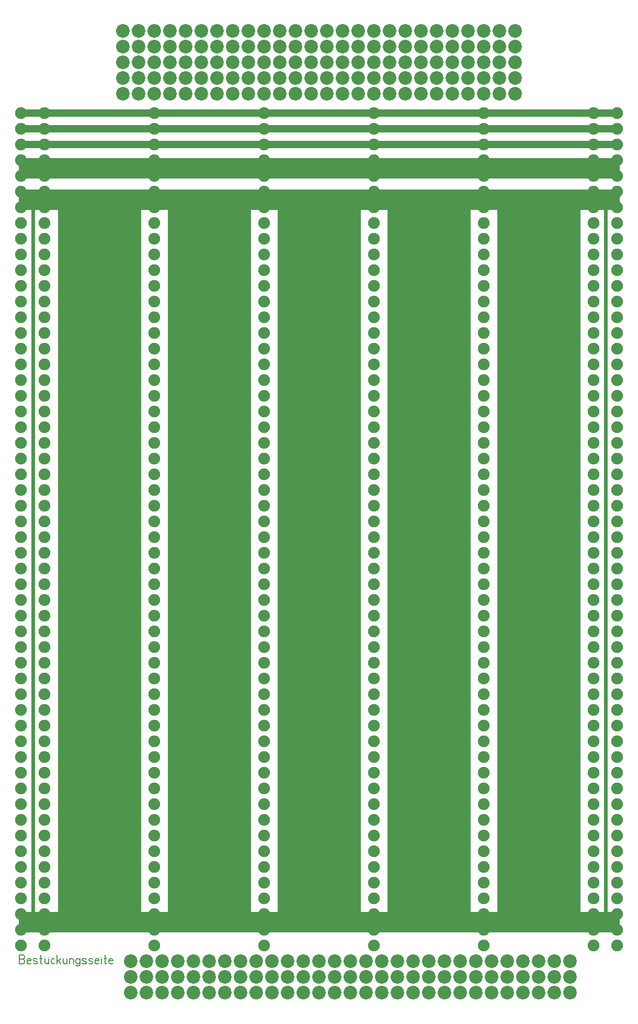
<source format=gtl>
%FSLAX34Y34*%
%MOMM*%
%LNCOPPER_TOP*%
G71*
G01*
%ADD10C, 2.200*%
%ADD11C, 1.900*%
%ADD12C, 1.200*%
%ADD13C, 0.800*%
%ADD14C, 0.600*%
%ADD15C, 0.178*%
%LPD*%
X184944Y-75803D02*
G54D10*
D03*
X210344Y-75803D02*
G54D10*
D03*
X235744Y-75803D02*
G54D10*
D03*
X261144Y-75803D02*
G54D10*
D03*
X286544Y-75803D02*
G54D10*
D03*
X311944Y-75803D02*
G54D10*
D03*
X337344Y-75803D02*
G54D10*
D03*
X362744Y-75803D02*
G54D10*
D03*
X388144Y-75803D02*
G54D10*
D03*
X413544Y-75803D02*
G54D10*
D03*
X438944Y-75803D02*
G54D10*
D03*
X464344Y-75803D02*
G54D10*
D03*
X489744Y-75803D02*
G54D10*
D03*
X515144Y-75803D02*
G54D10*
D03*
X540544Y-75803D02*
G54D10*
D03*
X565944Y-75803D02*
G54D10*
D03*
X591344Y-75803D02*
G54D10*
D03*
X616744Y-75803D02*
G54D10*
D03*
X642144Y-75803D02*
G54D10*
D03*
X667544Y-75803D02*
G54D10*
D03*
X692944Y-75803D02*
G54D10*
D03*
X718344Y-75803D02*
G54D10*
D03*
X743744Y-75803D02*
G54D10*
D03*
X769144Y-75803D02*
G54D10*
D03*
X794544Y-75803D02*
G54D10*
D03*
X819944Y-75803D02*
G54D10*
D03*
X57944Y-158353D02*
G54D11*
D03*
X57944Y-183753D02*
G54D11*
D03*
X57944Y-209153D02*
G54D11*
D03*
X57944Y-234553D02*
G54D11*
D03*
X57944Y-259953D02*
G54D11*
D03*
X57944Y-285353D02*
G54D11*
D03*
X57944Y-310753D02*
G54D11*
D03*
X57944Y-336153D02*
G54D11*
D03*
X57944Y-361553D02*
G54D11*
D03*
X57944Y-386953D02*
G54D11*
D03*
X57944Y-412353D02*
G54D11*
D03*
X57944Y-437753D02*
G54D11*
D03*
X57944Y-463153D02*
G54D11*
D03*
X57944Y-488553D02*
G54D11*
D03*
X57944Y-513953D02*
G54D11*
D03*
X57944Y-539353D02*
G54D11*
D03*
X57944Y-564753D02*
G54D11*
D03*
X57944Y-590153D02*
G54D11*
D03*
X57944Y-640953D02*
G54D11*
D03*
X57944Y-615553D02*
G54D11*
D03*
X57944Y-666353D02*
G54D11*
D03*
X57944Y-691753D02*
G54D11*
D03*
X57944Y-717153D02*
G54D11*
D03*
X57944Y-742553D02*
G54D11*
D03*
X57944Y-767953D02*
G54D11*
D03*
X57944Y-793353D02*
G54D11*
D03*
X57944Y-818753D02*
G54D11*
D03*
X57944Y-844153D02*
G54D11*
D03*
X57944Y-869553D02*
G54D11*
D03*
X57944Y-894953D02*
G54D11*
D03*
X57944Y-920353D02*
G54D11*
D03*
X57944Y-945753D02*
G54D11*
D03*
X57944Y-971153D02*
G54D11*
D03*
X57944Y-996553D02*
G54D11*
D03*
X57944Y-1021953D02*
G54D11*
D03*
X57944Y-1047353D02*
G54D11*
D03*
X57944Y-1072753D02*
G54D11*
D03*
X57944Y-1098153D02*
G54D11*
D03*
X57944Y-1123553D02*
G54D11*
D03*
X57944Y-1148953D02*
G54D11*
D03*
X57944Y-1174353D02*
G54D11*
D03*
X57944Y-1225153D02*
G54D11*
D03*
X57944Y-1199753D02*
G54D11*
D03*
X57944Y-1250553D02*
G54D11*
D03*
X57944Y-1275953D02*
G54D11*
D03*
X57944Y-1301353D02*
G54D11*
D03*
X57944Y-1326753D02*
G54D11*
D03*
X57944Y-1352153D02*
G54D11*
D03*
X57944Y-1377553D02*
G54D11*
D03*
X57944Y-1402953D02*
G54D11*
D03*
X57944Y-1428353D02*
G54D11*
D03*
X57944Y-1453753D02*
G54D11*
D03*
X57944Y-1479153D02*
G54D11*
D03*
X57944Y-1504553D02*
G54D11*
D03*
X235744Y-158353D02*
G54D11*
D03*
X235744Y-183753D02*
G54D11*
D03*
X235744Y-209153D02*
G54D11*
D03*
X235744Y-234553D02*
G54D11*
D03*
X235744Y-259953D02*
G54D11*
D03*
X235744Y-285353D02*
G54D11*
D03*
X235744Y-310753D02*
G54D11*
D03*
X235744Y-336153D02*
G54D11*
D03*
X235744Y-361553D02*
G54D11*
D03*
X235744Y-386953D02*
G54D11*
D03*
X235744Y-412353D02*
G54D11*
D03*
X235744Y-437753D02*
G54D11*
D03*
X235744Y-463153D02*
G54D11*
D03*
X235744Y-488553D02*
G54D11*
D03*
X235744Y-513953D02*
G54D11*
D03*
X235744Y-539353D02*
G54D11*
D03*
X235744Y-564753D02*
G54D11*
D03*
X235744Y-590153D02*
G54D11*
D03*
X235744Y-640953D02*
G54D11*
D03*
X235744Y-615553D02*
G54D11*
D03*
X235744Y-666353D02*
G54D11*
D03*
X235744Y-691753D02*
G54D11*
D03*
X235744Y-717153D02*
G54D11*
D03*
X235744Y-742553D02*
G54D11*
D03*
X235744Y-767953D02*
G54D11*
D03*
X235744Y-793353D02*
G54D11*
D03*
X235744Y-818753D02*
G54D11*
D03*
X235744Y-844153D02*
G54D11*
D03*
X235744Y-869553D02*
G54D11*
D03*
X235744Y-894953D02*
G54D11*
D03*
X235744Y-920353D02*
G54D11*
D03*
X235744Y-945753D02*
G54D11*
D03*
X235744Y-971153D02*
G54D11*
D03*
X235744Y-996553D02*
G54D11*
D03*
X235744Y-1021953D02*
G54D11*
D03*
X235744Y-1047353D02*
G54D11*
D03*
X235744Y-1072753D02*
G54D11*
D03*
X235744Y-1098153D02*
G54D11*
D03*
X235744Y-1123553D02*
G54D11*
D03*
X235744Y-1148953D02*
G54D11*
D03*
X235744Y-1174353D02*
G54D11*
D03*
X235744Y-1225153D02*
G54D11*
D03*
X235744Y-1199753D02*
G54D11*
D03*
X235744Y-1250553D02*
G54D11*
D03*
X235744Y-1275953D02*
G54D11*
D03*
X235744Y-1301353D02*
G54D11*
D03*
X235744Y-1326753D02*
G54D11*
D03*
X235744Y-1352153D02*
G54D11*
D03*
X235744Y-1377553D02*
G54D11*
D03*
X235744Y-1402953D02*
G54D11*
D03*
X235744Y-1428353D02*
G54D11*
D03*
X235744Y-1453753D02*
G54D11*
D03*
X235744Y-1479153D02*
G54D11*
D03*
X235744Y-1504553D02*
G54D11*
D03*
X413544Y-158353D02*
G54D11*
D03*
X413544Y-183753D02*
G54D11*
D03*
X413544Y-209153D02*
G54D11*
D03*
X413544Y-234553D02*
G54D11*
D03*
X413544Y-259953D02*
G54D11*
D03*
X413544Y-285353D02*
G54D11*
D03*
X413544Y-310753D02*
G54D11*
D03*
X413544Y-336153D02*
G54D11*
D03*
X413544Y-361553D02*
G54D11*
D03*
X413544Y-386953D02*
G54D11*
D03*
X413544Y-412353D02*
G54D11*
D03*
X413544Y-437753D02*
G54D11*
D03*
X413544Y-463153D02*
G54D11*
D03*
X413544Y-488553D02*
G54D11*
D03*
X413544Y-513953D02*
G54D11*
D03*
X413544Y-539353D02*
G54D11*
D03*
X413544Y-564753D02*
G54D11*
D03*
X413544Y-590153D02*
G54D11*
D03*
X413544Y-640953D02*
G54D11*
D03*
X413544Y-615553D02*
G54D11*
D03*
X413544Y-666353D02*
G54D11*
D03*
X413544Y-691753D02*
G54D11*
D03*
X413544Y-717153D02*
G54D11*
D03*
X413544Y-742553D02*
G54D11*
D03*
X413544Y-767953D02*
G54D11*
D03*
X413544Y-793353D02*
G54D11*
D03*
X413544Y-818753D02*
G54D11*
D03*
X413544Y-844153D02*
G54D11*
D03*
X413544Y-869553D02*
G54D11*
D03*
X413544Y-894953D02*
G54D11*
D03*
X413544Y-920353D02*
G54D11*
D03*
X413544Y-945753D02*
G54D11*
D03*
X413544Y-971153D02*
G54D11*
D03*
X413544Y-996553D02*
G54D11*
D03*
X413544Y-1021953D02*
G54D11*
D03*
X413544Y-1047353D02*
G54D11*
D03*
X413544Y-1072753D02*
G54D11*
D03*
X413544Y-1098153D02*
G54D11*
D03*
X413544Y-1123553D02*
G54D11*
D03*
X413544Y-1148953D02*
G54D11*
D03*
X413544Y-1174353D02*
G54D11*
D03*
X413544Y-1225153D02*
G54D11*
D03*
X413544Y-1199753D02*
G54D11*
D03*
X413544Y-1250553D02*
G54D11*
D03*
X413544Y-1275953D02*
G54D11*
D03*
X413544Y-1301353D02*
G54D11*
D03*
X413544Y-1326753D02*
G54D11*
D03*
X413544Y-1352153D02*
G54D11*
D03*
X413544Y-1377553D02*
G54D11*
D03*
X413544Y-1402953D02*
G54D11*
D03*
X413544Y-1428353D02*
G54D11*
D03*
X413544Y-1453753D02*
G54D11*
D03*
X413544Y-1479153D02*
G54D11*
D03*
X413544Y-1504553D02*
G54D11*
D03*
X591344Y-158353D02*
G54D11*
D03*
X591344Y-183753D02*
G54D11*
D03*
X591344Y-209153D02*
G54D11*
D03*
X591344Y-234553D02*
G54D11*
D03*
X591344Y-259953D02*
G54D11*
D03*
X591344Y-285353D02*
G54D11*
D03*
X591344Y-310753D02*
G54D11*
D03*
X591344Y-336153D02*
G54D11*
D03*
X591344Y-361553D02*
G54D11*
D03*
X591344Y-386953D02*
G54D11*
D03*
X591344Y-412353D02*
G54D11*
D03*
X591344Y-437753D02*
G54D11*
D03*
X591344Y-463153D02*
G54D11*
D03*
X591344Y-488553D02*
G54D11*
D03*
X591344Y-513953D02*
G54D11*
D03*
X591344Y-539353D02*
G54D11*
D03*
X591344Y-564753D02*
G54D11*
D03*
X591344Y-590153D02*
G54D11*
D03*
X591344Y-640953D02*
G54D11*
D03*
X591344Y-615553D02*
G54D11*
D03*
X591344Y-666353D02*
G54D11*
D03*
X591344Y-691753D02*
G54D11*
D03*
X591344Y-717153D02*
G54D11*
D03*
X591344Y-742553D02*
G54D11*
D03*
X591344Y-767953D02*
G54D11*
D03*
X591344Y-793353D02*
G54D11*
D03*
X591344Y-818753D02*
G54D11*
D03*
X591344Y-844153D02*
G54D11*
D03*
X591344Y-869553D02*
G54D11*
D03*
X591344Y-894953D02*
G54D11*
D03*
X591344Y-920353D02*
G54D11*
D03*
X591344Y-945753D02*
G54D11*
D03*
X591344Y-971153D02*
G54D11*
D03*
X591344Y-996553D02*
G54D11*
D03*
X591344Y-1021953D02*
G54D11*
D03*
X591344Y-1047353D02*
G54D11*
D03*
X591344Y-1072753D02*
G54D11*
D03*
X591344Y-1098153D02*
G54D11*
D03*
X591344Y-1123553D02*
G54D11*
D03*
X591344Y-1148953D02*
G54D11*
D03*
X591344Y-1174353D02*
G54D11*
D03*
X591344Y-1225153D02*
G54D11*
D03*
X591344Y-1199753D02*
G54D11*
D03*
X591344Y-1250553D02*
G54D11*
D03*
X591344Y-1275953D02*
G54D11*
D03*
X591344Y-1301353D02*
G54D11*
D03*
X591344Y-1326753D02*
G54D11*
D03*
X591344Y-1352153D02*
G54D11*
D03*
X591344Y-1377553D02*
G54D11*
D03*
X591344Y-1402953D02*
G54D11*
D03*
X591344Y-1428353D02*
G54D11*
D03*
X591344Y-1453753D02*
G54D11*
D03*
X591344Y-1479153D02*
G54D11*
D03*
X591344Y-1504553D02*
G54D11*
D03*
X769144Y-158353D02*
G54D11*
D03*
X769144Y-183753D02*
G54D11*
D03*
X769144Y-209153D02*
G54D11*
D03*
X769144Y-234553D02*
G54D11*
D03*
X769144Y-259953D02*
G54D11*
D03*
X769144Y-285353D02*
G54D11*
D03*
X769144Y-310753D02*
G54D11*
D03*
X769144Y-336153D02*
G54D11*
D03*
X769144Y-361553D02*
G54D11*
D03*
X769144Y-386953D02*
G54D11*
D03*
X769144Y-412353D02*
G54D11*
D03*
X769144Y-437753D02*
G54D11*
D03*
X769144Y-463153D02*
G54D11*
D03*
X769144Y-488553D02*
G54D11*
D03*
X769144Y-513953D02*
G54D11*
D03*
X769144Y-539353D02*
G54D11*
D03*
X769144Y-564753D02*
G54D11*
D03*
X769144Y-590153D02*
G54D11*
D03*
X769144Y-640953D02*
G54D11*
D03*
X769144Y-615553D02*
G54D11*
D03*
X769144Y-666353D02*
G54D11*
D03*
X769144Y-691753D02*
G54D11*
D03*
X769144Y-717153D02*
G54D11*
D03*
X769144Y-742553D02*
G54D11*
D03*
X769144Y-767953D02*
G54D11*
D03*
X769144Y-793353D02*
G54D11*
D03*
X769144Y-818753D02*
G54D11*
D03*
X769144Y-844153D02*
G54D11*
D03*
X769144Y-869553D02*
G54D11*
D03*
X769144Y-894953D02*
G54D11*
D03*
X769144Y-920353D02*
G54D11*
D03*
X769144Y-945753D02*
G54D11*
D03*
X769144Y-971153D02*
G54D11*
D03*
X769144Y-996553D02*
G54D11*
D03*
X769144Y-1021953D02*
G54D11*
D03*
X769144Y-1047353D02*
G54D11*
D03*
X769144Y-1072753D02*
G54D11*
D03*
X769144Y-1098153D02*
G54D11*
D03*
X769144Y-1123553D02*
G54D11*
D03*
X769144Y-1148953D02*
G54D11*
D03*
X769144Y-1174353D02*
G54D11*
D03*
X769144Y-1225153D02*
G54D11*
D03*
X769144Y-1199753D02*
G54D11*
D03*
X769144Y-1250553D02*
G54D11*
D03*
X769144Y-1275953D02*
G54D11*
D03*
X769144Y-1301353D02*
G54D11*
D03*
X769144Y-1326753D02*
G54D11*
D03*
X769144Y-1352153D02*
G54D11*
D03*
X769144Y-1377553D02*
G54D11*
D03*
X769144Y-1402953D02*
G54D11*
D03*
X769144Y-1428353D02*
G54D11*
D03*
X769144Y-1453753D02*
G54D11*
D03*
X769144Y-1479153D02*
G54D11*
D03*
X769144Y-1504553D02*
G54D11*
D03*
X946944Y-158353D02*
G54D11*
D03*
X946944Y-183753D02*
G54D11*
D03*
X946944Y-209153D02*
G54D11*
D03*
X946944Y-234553D02*
G54D11*
D03*
X946944Y-259953D02*
G54D11*
D03*
X946944Y-285353D02*
G54D11*
D03*
X946944Y-310753D02*
G54D11*
D03*
X946944Y-336153D02*
G54D11*
D03*
X946944Y-361553D02*
G54D11*
D03*
X946944Y-386953D02*
G54D11*
D03*
X946944Y-412353D02*
G54D11*
D03*
X946944Y-437753D02*
G54D11*
D03*
X946944Y-463153D02*
G54D11*
D03*
X946944Y-488553D02*
G54D11*
D03*
X946944Y-513953D02*
G54D11*
D03*
X946944Y-539353D02*
G54D11*
D03*
X946944Y-564753D02*
G54D11*
D03*
X946944Y-590153D02*
G54D11*
D03*
X946944Y-640953D02*
G54D11*
D03*
X946944Y-615553D02*
G54D11*
D03*
X946944Y-666353D02*
G54D11*
D03*
X946944Y-691753D02*
G54D11*
D03*
X946944Y-717153D02*
G54D11*
D03*
X946944Y-742553D02*
G54D11*
D03*
X946944Y-767953D02*
G54D11*
D03*
X946944Y-793353D02*
G54D11*
D03*
X946944Y-818753D02*
G54D11*
D03*
X946944Y-844153D02*
G54D11*
D03*
X946944Y-869553D02*
G54D11*
D03*
X946944Y-894953D02*
G54D11*
D03*
X946944Y-920353D02*
G54D11*
D03*
X946944Y-945753D02*
G54D11*
D03*
X946944Y-971153D02*
G54D11*
D03*
X946944Y-996553D02*
G54D11*
D03*
X946944Y-1021953D02*
G54D11*
D03*
X946944Y-1047353D02*
G54D11*
D03*
X946944Y-1072753D02*
G54D11*
D03*
X946944Y-1098153D02*
G54D11*
D03*
X946944Y-1123553D02*
G54D11*
D03*
X946944Y-1148953D02*
G54D11*
D03*
X946944Y-1174353D02*
G54D11*
D03*
X946944Y-1225153D02*
G54D11*
D03*
X946944Y-1199753D02*
G54D11*
D03*
X946944Y-1250553D02*
G54D11*
D03*
X946944Y-1275953D02*
G54D11*
D03*
X946944Y-1301353D02*
G54D11*
D03*
X946944Y-1326753D02*
G54D11*
D03*
X946944Y-1352153D02*
G54D11*
D03*
X946944Y-1377553D02*
G54D11*
D03*
X946944Y-1402953D02*
G54D11*
D03*
X946944Y-1428353D02*
G54D11*
D03*
X946944Y-1453753D02*
G54D11*
D03*
X946944Y-1479153D02*
G54D11*
D03*
X946944Y-1504553D02*
G54D11*
D03*
X184944Y-101203D02*
G54D10*
D03*
X210344Y-101203D02*
G54D10*
D03*
X235744Y-101203D02*
G54D10*
D03*
X261144Y-101203D02*
G54D10*
D03*
X286544Y-101203D02*
G54D10*
D03*
X311944Y-101203D02*
G54D10*
D03*
X337344Y-101203D02*
G54D10*
D03*
X362744Y-101203D02*
G54D10*
D03*
X388144Y-101203D02*
G54D10*
D03*
X413544Y-101203D02*
G54D10*
D03*
X438944Y-101203D02*
G54D10*
D03*
X464344Y-101203D02*
G54D10*
D03*
X489744Y-101203D02*
G54D10*
D03*
X515144Y-101203D02*
G54D10*
D03*
X540544Y-101203D02*
G54D10*
D03*
X565944Y-101203D02*
G54D10*
D03*
X591344Y-101203D02*
G54D10*
D03*
X616744Y-101203D02*
G54D10*
D03*
X642144Y-101203D02*
G54D10*
D03*
X667544Y-101203D02*
G54D10*
D03*
X692944Y-101203D02*
G54D10*
D03*
X718344Y-101203D02*
G54D10*
D03*
X743744Y-101203D02*
G54D10*
D03*
X769144Y-101203D02*
G54D10*
D03*
X794544Y-101203D02*
G54D10*
D03*
X819944Y-101203D02*
G54D10*
D03*
X184944Y-126603D02*
G54D10*
D03*
X210344Y-126603D02*
G54D10*
D03*
X235744Y-126603D02*
G54D10*
D03*
X261144Y-126603D02*
G54D10*
D03*
X286544Y-126603D02*
G54D10*
D03*
X311944Y-126603D02*
G54D10*
D03*
X337344Y-126603D02*
G54D10*
D03*
X362744Y-126603D02*
G54D10*
D03*
X388144Y-126603D02*
G54D10*
D03*
X413544Y-126603D02*
G54D10*
D03*
X438944Y-126603D02*
G54D10*
D03*
X464344Y-126603D02*
G54D10*
D03*
X489744Y-126603D02*
G54D10*
D03*
X515144Y-126603D02*
G54D10*
D03*
X540544Y-126603D02*
G54D10*
D03*
X565944Y-126603D02*
G54D10*
D03*
X591344Y-126603D02*
G54D10*
D03*
X616744Y-126603D02*
G54D10*
D03*
X642144Y-126603D02*
G54D10*
D03*
X667544Y-126603D02*
G54D10*
D03*
X692944Y-126603D02*
G54D10*
D03*
X718344Y-126603D02*
G54D10*
D03*
X743744Y-126603D02*
G54D10*
D03*
X769144Y-126603D02*
G54D10*
D03*
X794544Y-126603D02*
G54D10*
D03*
X819944Y-126603D02*
G54D10*
D03*
X19844Y-158353D02*
G54D11*
D03*
X19844Y-183753D02*
G54D11*
D03*
X19844Y-209153D02*
G54D11*
D03*
X19844Y-234553D02*
G54D11*
D03*
X19844Y-259953D02*
G54D11*
D03*
X19844Y-285353D02*
G54D11*
D03*
X19844Y-310753D02*
G54D11*
D03*
X19844Y-336153D02*
G54D11*
D03*
X19844Y-361553D02*
G54D11*
D03*
X19844Y-386953D02*
G54D11*
D03*
X19844Y-412353D02*
G54D11*
D03*
X19844Y-437753D02*
G54D11*
D03*
X19844Y-463153D02*
G54D11*
D03*
X19844Y-488553D02*
G54D11*
D03*
X19844Y-513953D02*
G54D11*
D03*
X19844Y-539353D02*
G54D11*
D03*
X19844Y-564753D02*
G54D11*
D03*
X19844Y-590153D02*
G54D11*
D03*
X19844Y-640953D02*
G54D11*
D03*
X19844Y-615553D02*
G54D11*
D03*
X19844Y-666353D02*
G54D11*
D03*
X19844Y-691753D02*
G54D11*
D03*
X19844Y-717153D02*
G54D11*
D03*
X19844Y-742553D02*
G54D11*
D03*
X19844Y-767953D02*
G54D11*
D03*
X19844Y-793353D02*
G54D11*
D03*
X19844Y-818753D02*
G54D11*
D03*
X19844Y-844153D02*
G54D11*
D03*
X19844Y-869553D02*
G54D11*
D03*
X19844Y-894953D02*
G54D11*
D03*
X19844Y-920353D02*
G54D11*
D03*
X19844Y-945753D02*
G54D11*
D03*
X19844Y-971153D02*
G54D11*
D03*
X19844Y-996553D02*
G54D11*
D03*
X19844Y-1021953D02*
G54D11*
D03*
X19844Y-1047353D02*
G54D11*
D03*
X19844Y-1072753D02*
G54D11*
D03*
X19844Y-1098153D02*
G54D11*
D03*
X19844Y-1123553D02*
G54D11*
D03*
X19844Y-1148953D02*
G54D11*
D03*
X19844Y-1174353D02*
G54D11*
D03*
X19844Y-1225153D02*
G54D11*
D03*
X19844Y-1199753D02*
G54D11*
D03*
X19844Y-1250553D02*
G54D11*
D03*
X19844Y-1275953D02*
G54D11*
D03*
X19844Y-1301353D02*
G54D11*
D03*
X19844Y-1326753D02*
G54D11*
D03*
X19844Y-1352153D02*
G54D11*
D03*
X19844Y-1377553D02*
G54D11*
D03*
X19844Y-1402953D02*
G54D11*
D03*
X19844Y-1428353D02*
G54D11*
D03*
X19844Y-1453753D02*
G54D11*
D03*
X19844Y-1479153D02*
G54D11*
D03*
X19844Y-1504553D02*
G54D11*
D03*
X985044Y-158353D02*
G54D11*
D03*
X985044Y-183753D02*
G54D11*
D03*
X985044Y-209153D02*
G54D11*
D03*
X985044Y-234553D02*
G54D11*
D03*
X985044Y-259953D02*
G54D11*
D03*
X985044Y-285353D02*
G54D11*
D03*
X985044Y-310753D02*
G54D11*
D03*
X985044Y-336153D02*
G54D11*
D03*
X985044Y-361553D02*
G54D11*
D03*
X985044Y-386953D02*
G54D11*
D03*
X985044Y-412353D02*
G54D11*
D03*
X985044Y-437753D02*
G54D11*
D03*
X985044Y-463153D02*
G54D11*
D03*
X985044Y-488553D02*
G54D11*
D03*
X985044Y-513953D02*
G54D11*
D03*
X985044Y-539353D02*
G54D11*
D03*
X985044Y-564753D02*
G54D11*
D03*
X985044Y-590153D02*
G54D11*
D03*
X985044Y-640953D02*
G54D11*
D03*
X985044Y-615553D02*
G54D11*
D03*
X985044Y-666353D02*
G54D11*
D03*
X985044Y-691753D02*
G54D11*
D03*
X985044Y-717153D02*
G54D11*
D03*
X985044Y-742553D02*
G54D11*
D03*
X985044Y-767953D02*
G54D11*
D03*
X985044Y-793353D02*
G54D11*
D03*
X985044Y-818753D02*
G54D11*
D03*
X985044Y-844153D02*
G54D11*
D03*
X985044Y-869553D02*
G54D11*
D03*
X985044Y-894953D02*
G54D11*
D03*
X985044Y-920353D02*
G54D11*
D03*
X985044Y-945753D02*
G54D11*
D03*
X985044Y-971153D02*
G54D11*
D03*
X985044Y-996553D02*
G54D11*
D03*
X985044Y-1021953D02*
G54D11*
D03*
X985044Y-1047353D02*
G54D11*
D03*
X985044Y-1072753D02*
G54D11*
D03*
X985044Y-1098153D02*
G54D11*
D03*
X985044Y-1123553D02*
G54D11*
D03*
X985044Y-1148953D02*
G54D11*
D03*
X985044Y-1174353D02*
G54D11*
D03*
X985044Y-1225153D02*
G54D11*
D03*
X985044Y-1199753D02*
G54D11*
D03*
X985044Y-1250553D02*
G54D11*
D03*
X985044Y-1275953D02*
G54D11*
D03*
X985044Y-1301353D02*
G54D11*
D03*
X985044Y-1326753D02*
G54D11*
D03*
X985044Y-1352153D02*
G54D11*
D03*
X985044Y-1377553D02*
G54D11*
D03*
X985044Y-1402953D02*
G54D11*
D03*
X985044Y-1428353D02*
G54D11*
D03*
X985044Y-1453753D02*
G54D11*
D03*
X985044Y-1479153D02*
G54D11*
D03*
X985044Y-1504553D02*
G54D11*
D03*
G54D12*
X19844Y-158353D02*
X57944Y-158353D01*
X235744Y-158353D01*
X413544Y-158353D01*
X591344Y-158353D01*
X769144Y-158353D01*
X946944Y-158353D01*
X985044Y-158353D01*
G54D12*
X19844Y-183753D02*
X57944Y-183753D01*
X235744Y-183753D01*
X413544Y-183753D01*
X591344Y-183753D01*
X769144Y-183753D01*
X946944Y-183753D01*
X985044Y-183753D01*
G54D12*
X19844Y-209153D02*
X57944Y-209153D01*
X235744Y-209153D01*
X413544Y-209153D01*
X591344Y-209153D01*
X769144Y-209153D01*
X946944Y-209153D01*
X985044Y-209153D01*
G36*
X19844Y-234553D02*
X985044Y-234553D01*
X985044Y-259953D01*
X19844Y-259953D01*
X19844Y-234553D01*
G37*
G54D13*
X19844Y-234553D02*
X985044Y-234553D01*
X985044Y-259953D01*
X19844Y-259953D01*
X19844Y-234553D01*
G36*
X83344Y-310753D02*
X83344Y-1453753D01*
X210344Y-1453753D01*
X210344Y-310753D01*
X83344Y-310753D01*
G37*
G54D13*
X83344Y-310753D02*
X83344Y-1453753D01*
X210344Y-1453753D01*
X210344Y-310753D01*
X83344Y-310753D01*
G36*
X261144Y-310753D02*
X261144Y-1453753D01*
X388144Y-1453753D01*
X388144Y-310753D01*
X261144Y-310753D01*
G37*
G54D13*
X261144Y-310753D02*
X261144Y-1453753D01*
X388144Y-1453753D01*
X388144Y-310753D01*
X261144Y-310753D01*
G36*
X438944Y-310753D02*
X438944Y-1453753D01*
X565944Y-1453753D01*
X565944Y-310753D01*
X438944Y-310753D01*
G37*
G54D13*
X438944Y-310753D02*
X438944Y-1453753D01*
X565944Y-1453753D01*
X565944Y-310753D01*
X438944Y-310753D01*
G36*
X616744Y-310753D02*
X616744Y-1453753D01*
X743744Y-1453753D01*
X743744Y-310753D01*
X616744Y-310753D01*
G37*
G54D13*
X616744Y-310753D02*
X616744Y-1453753D01*
X743744Y-1453753D01*
X743744Y-310753D01*
X616744Y-310753D01*
G36*
X794544Y-310753D02*
X794544Y-1453753D01*
X921544Y-1453753D01*
X921544Y-310753D01*
X794544Y-310753D01*
G37*
G54D13*
X794544Y-310753D02*
X794544Y-1453753D01*
X921544Y-1453753D01*
X921544Y-310753D01*
X794544Y-310753D01*
G36*
X19844Y-285353D02*
X19844Y-310753D01*
X985044Y-310753D01*
X985044Y-285353D01*
X19844Y-285353D01*
G37*
G54D13*
X19844Y-285353D02*
X19844Y-310753D01*
X985044Y-310753D01*
X985044Y-285353D01*
X19844Y-285353D01*
G36*
X19844Y-1453753D02*
X19844Y-1479153D01*
X985044Y-1479153D01*
X985044Y-1453753D01*
X19844Y-1453753D01*
G37*
G54D13*
X19844Y-1453753D02*
X19844Y-1479153D01*
X985044Y-1479153D01*
X985044Y-1453753D01*
X19844Y-1453753D01*
G54D14*
X38894Y-310753D02*
X38894Y-1453753D01*
G54D14*
X965994Y-310753D02*
X965994Y-1453753D01*
G54D15*
X16922Y-1533624D02*
X16922Y-1519401D01*
X22255Y-1519401D01*
X24388Y-1520290D01*
X25455Y-1522068D01*
X25455Y-1523846D01*
X24388Y-1525624D01*
X22255Y-1526512D01*
X24388Y-1527401D01*
X25455Y-1529179D01*
X25455Y-1530957D01*
X24388Y-1532734D01*
X22255Y-1533624D01*
X16922Y-1533624D01*
G54D15*
X16922Y-1526512D02*
X22255Y-1526512D01*
G54D15*
X35766Y-1532734D02*
X34059Y-1533624D01*
X31926Y-1533624D01*
X29792Y-1532734D01*
X29366Y-1530957D01*
X29366Y-1527934D01*
X30432Y-1526157D01*
X32566Y-1525624D01*
X34699Y-1526157D01*
X35766Y-1527401D01*
X35766Y-1529179D01*
X29366Y-1529179D01*
G54D15*
X39677Y-1532734D02*
X41810Y-1533624D01*
X43943Y-1533624D01*
X46077Y-1532734D01*
X46077Y-1530957D01*
X45010Y-1530068D01*
X40743Y-1529179D01*
X39677Y-1528290D01*
X39677Y-1526512D01*
X41810Y-1525624D01*
X43943Y-1525624D01*
X46077Y-1526512D01*
G54D15*
X52121Y-1519401D02*
X52121Y-1532734D01*
X53188Y-1533624D01*
X54254Y-1533268D01*
G54D15*
X49988Y-1525624D02*
X54254Y-1525624D01*
G54D15*
X58166Y-1522957D02*
X58166Y-1522957D01*
G54D15*
X64566Y-1522957D02*
X64566Y-1522957D01*
G54D15*
X64566Y-1525624D02*
X64566Y-1533624D01*
G54D15*
X64566Y-1531846D02*
X63499Y-1533268D01*
X61366Y-1533624D01*
X59232Y-1533268D01*
X58166Y-1531846D01*
X58166Y-1525624D01*
G54D15*
X73810Y-1526157D02*
X71677Y-1525624D01*
X69543Y-1526157D01*
X68477Y-1527934D01*
X68477Y-1531490D01*
X69543Y-1533268D01*
X71677Y-1533624D01*
X73810Y-1533268D01*
G54D15*
X77721Y-1533624D02*
X77721Y-1519401D01*
G54D15*
X80921Y-1528290D02*
X84121Y-1533624D01*
G54D15*
X77721Y-1530068D02*
X84121Y-1525624D01*
G54D15*
X94432Y-1525624D02*
X94432Y-1533624D01*
G54D15*
X94432Y-1531846D02*
X93365Y-1533268D01*
X91232Y-1533624D01*
X89098Y-1533268D01*
X88032Y-1531846D01*
X88032Y-1525624D01*
G54D15*
X98343Y-1533624D02*
X98343Y-1525624D01*
G54D15*
X98343Y-1527401D02*
X99409Y-1526157D01*
X101543Y-1525624D01*
X103676Y-1526157D01*
X104743Y-1527401D01*
X104743Y-1533624D01*
G54D15*
X108654Y-1536290D02*
X110787Y-1537179D01*
X112280Y-1537179D01*
X114414Y-1536290D01*
X115054Y-1534512D01*
X115054Y-1525624D01*
G54D15*
X115054Y-1527934D02*
X113987Y-1526157D01*
X111854Y-1525624D01*
X109720Y-1526157D01*
X108654Y-1527934D01*
X108654Y-1531490D01*
X109720Y-1533268D01*
X111854Y-1533624D01*
X113987Y-1533268D01*
X115054Y-1531490D01*
G54D15*
X118965Y-1532734D02*
X121098Y-1533624D01*
X123231Y-1533624D01*
X125365Y-1532734D01*
X125365Y-1530957D01*
X124298Y-1530068D01*
X120031Y-1529179D01*
X118965Y-1528290D01*
X118965Y-1526512D01*
X121098Y-1525624D01*
X123231Y-1525624D01*
X125365Y-1526512D01*
G54D15*
X129276Y-1532734D02*
X131409Y-1533624D01*
X133542Y-1533624D01*
X135676Y-1532734D01*
X135676Y-1530957D01*
X134609Y-1530068D01*
X130342Y-1529179D01*
X129276Y-1528290D01*
X129276Y-1526512D01*
X131409Y-1525624D01*
X133542Y-1525624D01*
X135676Y-1526512D01*
G54D15*
X145987Y-1532734D02*
X144280Y-1533624D01*
X142147Y-1533624D01*
X140013Y-1532734D01*
X139587Y-1530957D01*
X139587Y-1527934D01*
X140653Y-1526157D01*
X142787Y-1525624D01*
X144920Y-1526157D01*
X145987Y-1527401D01*
X145987Y-1529179D01*
X139587Y-1529179D01*
G54D15*
X149898Y-1533624D02*
X149898Y-1525624D01*
G54D15*
X149898Y-1522957D02*
X149898Y-1522957D01*
G54D15*
X155942Y-1519401D02*
X155942Y-1532734D01*
X157009Y-1533624D01*
X158075Y-1533268D01*
G54D15*
X153809Y-1525624D02*
X158075Y-1525624D01*
G54D15*
X168387Y-1532734D02*
X166680Y-1533624D01*
X164547Y-1533624D01*
X162413Y-1532734D01*
X161987Y-1530957D01*
X161987Y-1527934D01*
X163053Y-1526157D01*
X165187Y-1525624D01*
X167320Y-1526157D01*
X168387Y-1527401D01*
X168387Y-1529179D01*
X161987Y-1529179D01*
X184944Y-50403D02*
G54D10*
D03*
X210344Y-50403D02*
G54D10*
D03*
X235744Y-50403D02*
G54D10*
D03*
X261144Y-50403D02*
G54D10*
D03*
X286544Y-50403D02*
G54D10*
D03*
X311944Y-50403D02*
G54D10*
D03*
X337344Y-50403D02*
G54D10*
D03*
X362744Y-50403D02*
G54D10*
D03*
X388144Y-50403D02*
G54D10*
D03*
X413544Y-50403D02*
G54D10*
D03*
X438944Y-50403D02*
G54D10*
D03*
X464344Y-50403D02*
G54D10*
D03*
X489744Y-50403D02*
G54D10*
D03*
X515144Y-50403D02*
G54D10*
D03*
X540544Y-50403D02*
G54D10*
D03*
X565944Y-50403D02*
G54D10*
D03*
X591344Y-50403D02*
G54D10*
D03*
X616744Y-50403D02*
G54D10*
D03*
X642144Y-50403D02*
G54D10*
D03*
X667544Y-50403D02*
G54D10*
D03*
X692944Y-50403D02*
G54D10*
D03*
X718344Y-50403D02*
G54D10*
D03*
X743744Y-50403D02*
G54D10*
D03*
X769144Y-50403D02*
G54D10*
D03*
X794544Y-50403D02*
G54D10*
D03*
X819944Y-50403D02*
G54D10*
D03*
X184944Y-25003D02*
G54D10*
D03*
X210344Y-25003D02*
G54D10*
D03*
X235744Y-25003D02*
G54D10*
D03*
X261144Y-25003D02*
G54D10*
D03*
X286544Y-25003D02*
G54D10*
D03*
X311944Y-25003D02*
G54D10*
D03*
X337344Y-25003D02*
G54D10*
D03*
X362744Y-25003D02*
G54D10*
D03*
X388144Y-25003D02*
G54D10*
D03*
X413544Y-25003D02*
G54D10*
D03*
X438944Y-25003D02*
G54D10*
D03*
X464344Y-25003D02*
G54D10*
D03*
X489744Y-25003D02*
G54D10*
D03*
X515144Y-25003D02*
G54D10*
D03*
X540544Y-25003D02*
G54D10*
D03*
X565944Y-25003D02*
G54D10*
D03*
X591344Y-25003D02*
G54D10*
D03*
X616744Y-25003D02*
G54D10*
D03*
X642144Y-25003D02*
G54D10*
D03*
X667544Y-25003D02*
G54D10*
D03*
X692944Y-25003D02*
G54D10*
D03*
X718344Y-25003D02*
G54D10*
D03*
X743744Y-25003D02*
G54D10*
D03*
X769144Y-25003D02*
G54D10*
D03*
X794544Y-25003D02*
G54D10*
D03*
X819944Y-25003D02*
G54D10*
D03*
X451644Y-1580753D02*
G54D10*
D03*
X477044Y-1580753D02*
G54D10*
D03*
X502444Y-1580753D02*
G54D10*
D03*
X527844Y-1580753D02*
G54D10*
D03*
X553244Y-1580753D02*
G54D10*
D03*
X578644Y-1580753D02*
G54D10*
D03*
X604044Y-1580753D02*
G54D10*
D03*
X629444Y-1580753D02*
G54D10*
D03*
X654844Y-1580753D02*
G54D10*
D03*
X680244Y-1580753D02*
G54D10*
D03*
X705644Y-1580753D02*
G54D10*
D03*
X451644Y-1555353D02*
G54D10*
D03*
X477044Y-1555353D02*
G54D10*
D03*
X502444Y-1555353D02*
G54D10*
D03*
X527844Y-1555353D02*
G54D10*
D03*
X553244Y-1555353D02*
G54D10*
D03*
X578644Y-1555353D02*
G54D10*
D03*
X604044Y-1555353D02*
G54D10*
D03*
X629444Y-1555353D02*
G54D10*
D03*
X654844Y-1555353D02*
G54D10*
D03*
X680244Y-1555353D02*
G54D10*
D03*
X705644Y-1555353D02*
G54D10*
D03*
X451644Y-1529953D02*
G54D10*
D03*
X477044Y-1529953D02*
G54D10*
D03*
X502444Y-1529953D02*
G54D10*
D03*
X527844Y-1529953D02*
G54D10*
D03*
X553244Y-1529953D02*
G54D10*
D03*
X578644Y-1529953D02*
G54D10*
D03*
X604044Y-1529953D02*
G54D10*
D03*
X629444Y-1529953D02*
G54D10*
D03*
X654844Y-1529953D02*
G54D10*
D03*
X680244Y-1529953D02*
G54D10*
D03*
X705644Y-1529953D02*
G54D10*
D03*
X731044Y-1580753D02*
G54D10*
D03*
X756444Y-1580753D02*
G54D10*
D03*
X781844Y-1580753D02*
G54D10*
D03*
X807244Y-1580753D02*
G54D10*
D03*
X832644Y-1580753D02*
G54D10*
D03*
X858044Y-1580753D02*
G54D10*
D03*
X883444Y-1580753D02*
G54D10*
D03*
X908844Y-1580753D02*
G54D10*
D03*
X731044Y-1555353D02*
G54D10*
D03*
X756444Y-1555353D02*
G54D10*
D03*
X781844Y-1555353D02*
G54D10*
D03*
X807244Y-1555353D02*
G54D10*
D03*
X832644Y-1555353D02*
G54D10*
D03*
X858044Y-1555353D02*
G54D10*
D03*
X883444Y-1555353D02*
G54D10*
D03*
X908844Y-1555353D02*
G54D10*
D03*
X731044Y-1529953D02*
G54D10*
D03*
X756444Y-1529953D02*
G54D10*
D03*
X781844Y-1529953D02*
G54D10*
D03*
X807244Y-1529953D02*
G54D10*
D03*
X832644Y-1529953D02*
G54D10*
D03*
X858044Y-1529953D02*
G54D10*
D03*
X883444Y-1529953D02*
G54D10*
D03*
X908844Y-1529953D02*
G54D10*
D03*
X273844Y-1580753D02*
G54D10*
D03*
X299244Y-1580753D02*
G54D10*
D03*
X324644Y-1580753D02*
G54D10*
D03*
X350044Y-1580753D02*
G54D10*
D03*
X375444Y-1580753D02*
G54D10*
D03*
X400844Y-1580753D02*
G54D10*
D03*
X426244Y-1580753D02*
G54D10*
D03*
X273844Y-1555353D02*
G54D10*
D03*
X299244Y-1555353D02*
G54D10*
D03*
X324644Y-1555353D02*
G54D10*
D03*
X350044Y-1555353D02*
G54D10*
D03*
X375444Y-1555353D02*
G54D10*
D03*
X400844Y-1555353D02*
G54D10*
D03*
X426244Y-1555353D02*
G54D10*
D03*
X273844Y-1529953D02*
G54D10*
D03*
X299244Y-1529953D02*
G54D10*
D03*
X324644Y-1529953D02*
G54D10*
D03*
X350044Y-1529953D02*
G54D10*
D03*
X375444Y-1529953D02*
G54D10*
D03*
X400844Y-1529953D02*
G54D10*
D03*
X426244Y-1529953D02*
G54D10*
D03*
X197644Y-1580753D02*
G54D10*
D03*
X223044Y-1580753D02*
G54D10*
D03*
X248444Y-1580753D02*
G54D10*
D03*
X197644Y-1555353D02*
G54D10*
D03*
X223044Y-1555353D02*
G54D10*
D03*
X248444Y-1555353D02*
G54D10*
D03*
X197644Y-1529953D02*
G54D10*
D03*
X223044Y-1529953D02*
G54D10*
D03*
X248444Y-1529953D02*
G54D10*
D03*
M02*

</source>
